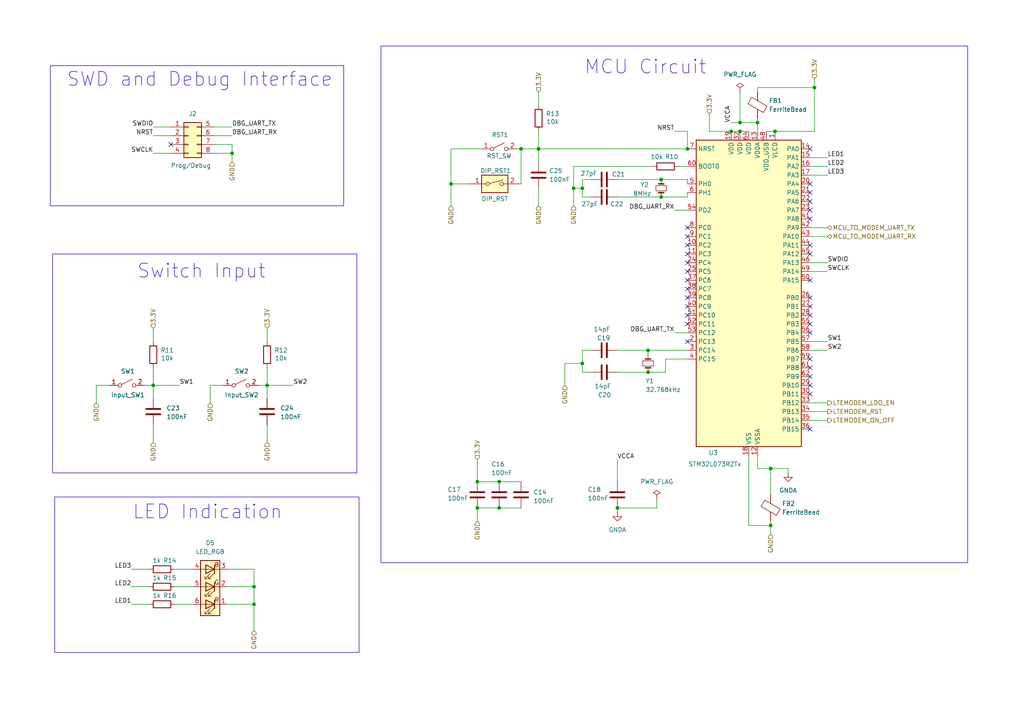
<source format=kicad_sch>
(kicad_sch (version 20231120) (generator "eeschema") (generator_version "8.0")
  (paper "A4")
  (lib_symbols
    (symbol "Connector_Generic:Conn_02x04_Top_Bottom" (pin_names (offset 1.016) hide)
      (property "Reference" "J" (at 1.27 5.08 0))
      (property "Value" "Conn_02x04_Top_Bottom" (at 1.27 -7.62 0))
      (symbol "Conn_02x04_Top_Bottom_1_1"
        (rectangle (start -1.27 -4.953) (end 0 -5.207) (stroke (width 0.1524)))
        (rectangle (start -1.27 -2.413) (end 0 -2.667) (stroke (width 0.1524)))
        (rectangle (start -1.27 0.127) (end 0 -0.127) (stroke (width 0.1524)))
        (rectangle (start -1.27 2.667) (end 0 2.413) (stroke (width 0.1524)))
        (rectangle (start -1.27 3.81) (end 3.81 -6.35) (stroke (width 0.254)) (fill (type background)))
        (rectangle (start 3.81 -4.953) (end 2.54 -5.207) (stroke (width 0.1524)))
        (rectangle (start 3.81 -2.413) (end 2.54 -2.667) (stroke (width 0.1524)))
        (rectangle (start 3.81 0.127) (end 2.54 -0.127) (stroke (width 0.1524)))
        (rectangle (start 3.81 2.667) (end 2.54 2.413) (stroke (width 0.1524)))
        (pin passive line (at -5.08 2.54 0) (length 3.81) (name "Pin_1") (number "1"))
        (pin passive line (at -5.08 0 0) (length 3.81) (name "Pin_2") (number "2"))
        (pin passive line (at -5.08 -2.54 0) (length 3.81) (name "Pin_3") (number "3"))
        (pin passive line (at -5.08 -5.08 0) (length 3.81) (name "Pin_4") (number "4"))
        (pin passive line (at 7.62 2.54 180) (length 3.81) (name "Pin_5") (number "5"))
        (pin passive line (at 7.62 0 180) (length 3.81) (name "Pin_6") (number "6"))
        (pin passive line (at 7.62 -2.54 180) (length 3.81) (name "Pin_7") (number "7"))
        (pin passive line (at 7.62 -5.08 180) (length 3.81) (name "Pin_8") (number "8"))
      )
    )
    (symbol "Device:C" (pin_numbers hide) (pin_names (offset 0.254))
      (property "Reference" "C" (at 0.635 2.54 0))
      (property "Value" "C" (at 0.635 -2.54 0))
      (symbol "C_0_1"
        (polyline (pts (xy -2.032 -0.762) (xy 2.032 -0.762)) (stroke (width 0.508)))
        (polyline (pts (xy -2.032 0.762) (xy 2.032 0.762)) (stroke (width 0.508)))
      )
      (symbol "C_1_1"
        (pin passive line (at 0 3.81 270) (length 2.794) (name "~") (number "1"))
        (pin passive line (at 0 -3.81 90) (length 2.794) (name "~") (number "2"))
      )
    )
    (symbol "Device:FerriteBead" (pin_numbers hide) (pin_names (offset 0))
      (property "Reference" "FB" (at -3.81 0.635 90))
      (property "Value" "FerriteBead" (at 3.81 0 90))
      (symbol "FerriteBead_0_1"
        (polyline (pts (xy 0 -1.27) (xy 0 -1.2192)))
        (polyline (pts (xy 0 1.27) (xy 0 1.2954)))
        (polyline (pts (xy -2.7686 0.4064) (xy -1.7018 2.2606) (xy 2.7686 -0.3048) (xy 1.6764 -2.159) (xy -2.7686 0.4064)))
      )
      (symbol "FerriteBead_1_1"
        (pin passive line (at 0 3.81 270) (length 2.54) (name "~") (number "1"))
        (pin passive line (at 0 -3.81 90) (length 2.54) (name "~") (number "2"))
      )
    )
    (symbol "Device:LED_RGB" (pin_names (offset 0) hide)
      (property "Reference" "D" (at 0 9.398 0))
      (property "Value" "LED_RGB" (at 0 -8.89 0))
      (symbol "LED_RGB_0_0"
        (text "B" (at -1.905 -6.35 0) (effects (font (size 1.27 1.27))))
        (text "G" (at -1.905 -1.27 0) (effects (font (size 1.27 1.27))))
        (text "R" (at -1.905 3.81 0) (effects (font (size 1.27 1.27))))
      )
      (symbol "LED_RGB_0_1"
        (polyline (pts (xy -1.27 -5.08) (xy -2.54 -5.08)))
        (polyline (pts (xy -1.27 -5.08) (xy 1.27 -5.08)))
        (polyline (pts (xy -1.27 -3.81) (xy -1.27 -6.35)) (stroke (width 0.254)))
        (polyline (pts (xy -1.27 0) (xy -2.54 0)))
        (polyline (pts (xy -1.27 1.27) (xy -1.27 -1.27)) (stroke (width 0.254)))
        (polyline (pts (xy -1.27 5.08) (xy -2.54 5.08)))
        (polyline (pts (xy -1.27 5.08) (xy 1.27 5.08)))
        (polyline (pts (xy -1.27 6.35) (xy -1.27 3.81)) (stroke (width 0.254)))
        (polyline (pts (xy 1.27 -5.08) (xy 2.54 -5.08)))
        (polyline (pts (xy 1.27 0) (xy -1.27 0)))
        (polyline (pts (xy 1.27 0) (xy 2.54 0)))
        (polyline (pts (xy 1.27 5.08) (xy 2.54 5.08)))
        (polyline (pts (xy -1.27 1.27) (xy -1.27 -1.27) (xy -1.27 -1.27)))
        (polyline (pts (xy -1.27 6.35) (xy -1.27 3.81) (xy -1.27 3.81)))
        (polyline (pts (xy 1.27 -3.81) (xy 1.27 -6.35) (xy -1.27 -5.08) (xy 1.27 -3.81)) (stroke (width 0.254)))
        (polyline (pts (xy 1.27 1.27) (xy 1.27 -1.27) (xy -1.27 0) (xy 1.27 1.27)) (stroke (width 0.254)))
        (polyline (pts (xy 1.27 6.35) (xy 1.27 3.81) (xy -1.27 5.08) (xy 1.27 6.35)) (stroke (width 0.254)))
        (polyline (pts (xy -1.016 -3.81) (xy 0.508 -2.286) (xy -0.254 -2.286) (xy 0.508 -2.286) (xy 0.508 -3.048)))
        (polyline (pts (xy -1.016 1.27) (xy 0.508 2.794) (xy -0.254 2.794) (xy 0.508 2.794) (xy 0.508 2.032)))
        (polyline (pts (xy -1.016 6.35) (xy 0.508 7.874) (xy -0.254 7.874) (xy 0.508 7.874) (xy 0.508 7.112)))
        (polyline (pts (xy 0 -3.81) (xy 1.524 -2.286) (xy 0.762 -2.286) (xy 1.524 -2.286) (xy 1.524 -3.048)))
        (polyline (pts (xy 0 1.27) (xy 1.524 2.794) (xy 0.762 2.794) (xy 1.524 2.794) (xy 1.524 2.032)))
        (polyline (pts (xy 0 6.35) (xy 1.524 7.874) (xy 0.762 7.874) (xy 1.524 7.874) (xy 1.524 7.112)))
        (rectangle (start 1.27 -1.27) (end 1.27 1.27))
        (rectangle (start 1.27 1.27) (end 1.27 1.27))
        (rectangle (start 1.27 3.81) (end 1.27 6.35))
        (rectangle (start 1.27 6.35) (end 1.27 6.35))
        (rectangle (start 2.794 8.382) (end -2.794 -7.62) (stroke (width 0.254)) (fill (type background)))
      )
      (symbol "LED_RGB_1_1"
        (pin passive line (at -5.08 5.08 0) (length 2.54) (name "RK") (number "1"))
        (pin passive line (at -5.08 0 0) (length 2.54) (name "GK") (number "2"))
        (pin passive line (at -5.08 -5.08 0) (length 2.54) (name "BK") (number "3"))
        (pin passive line (at 5.08 -5.08 180) (length 2.54) (name "BA") (number "4"))
        (pin passive line (at 5.08 0 180) (length 2.54) (name "GA") (number "5"))
        (pin passive line (at 5.08 5.08 180) (length 2.54) (name "RA") (number "6"))
      )
    )
    (symbol "Device:R" (pin_numbers hide) (pin_names (offset 0))
      (property "Reference" "R" (at 2.032 0 90))
      (property "Value" "R" (at 0 0 90))
      (symbol "R_0_1"
        (rectangle (start -1.016 -2.54) (end 1.016 2.54) (stroke (width 0.254)))
      )
      (symbol "R_1_1"
        (pin passive line (at 0 3.81 270) (length 1.27) (name "~") (number "1"))
        (pin passive line (at 0 -3.81 90) (length 1.27) (name "~") (number "2"))
      )
    )
    (symbol "MCU_ST_STM32L0:STM32L073RZTx"
      (property "Reference" "U" (at -15.24 46.99 0))
      (property "Value" "STM32L073RZTx" (at 10.16 46.99 0))
      (symbol "STM32L073RZTx_0_1"
        (rectangle (start -15.24 -43.18) (end 15.24 45.72) (stroke (width 0.254)) (fill (type background)))
      )
      (symbol "STM32L073RZTx_1_1"
        (pin power_in line (at 7.62 48.26 270) (length 2.54) (name "VLCD") (number "1"))
        (pin bidirectional line (at -17.78 15.24 0) (length 2.54) (name "PC2") (number "10"))
        (pin bidirectional line (at -17.78 12.7 0) (length 2.54) (name "PC3") (number "11"))
        (pin power_in line (at 2.54 -45.72 90) (length 2.54) (name "VSSA") (number "12"))
        (pin power_in line (at 2.54 48.26 270) (length 2.54) (name "VDDA") (number "13"))
        (pin bidirectional line (at 17.78 43.18 180) (length 2.54) (name "PA0") (number "14"))
        (pin bidirectional line (at 17.78 40.64 180) (length 2.54) (name "PA1") (number "15"))
        (pin bidirectional line (at 17.78 38.1 180) (length 2.54) (name "PA2") (number "16"))
        (pin bidirectional line (at 17.78 35.56 180) (length 2.54) (name "PA3") (number "17"))
        (pin power_in line (at 0 -45.72 90) (length 2.54) (name "VSS") (number "18"))
        (pin power_in line (at -5.08 48.26 270) (length 2.54) (name "VDD") (number "19"))
        (pin bidirectional line (at -17.78 -12.7 0) (length 2.54) (name "PC13") (number "2"))
        (pin bidirectional line (at 17.78 33.02 180) (length 2.54) (name "PA4") (number "20"))
        (pin bidirectional line (at 17.78 30.48 180) (length 2.54) (name "PA5") (number "21"))
        (pin bidirectional line (at 17.78 27.94 180) (length 2.54) (name "PA6") (number "22"))
        (pin bidirectional line (at 17.78 25.4 180) (length 2.54) (name "PA7") (number "23"))
        (pin bidirectional line (at -17.78 10.16 0) (length 2.54) (name "PC4") (number "24"))
        (pin bidirectional line (at -17.78 7.62 0) (length 2.54) (name "PC5") (number "25"))
        (pin bidirectional line (at 17.78 0 180) (length 2.54) (name "PB0") (number "26"))
        (pin bidirectional line (at 17.78 -2.54 180) (length 2.54) (name "PB1") (number "27"))
        (pin bidirectional line (at 17.78 -5.08 180) (length 2.54) (name "PB2") (number "28"))
        (pin bidirectional line (at 17.78 -25.4 180) (length 2.54) (name "PB10") (number "29"))
        (pin bidirectional line (at -17.78 -15.24 0) (length 2.54) (name "PC14") (number "3"))
        (pin bidirectional line (at 17.78 -27.94 180) (length 2.54) (name "PB11") (number "30"))
        (pin passive line (at 0 -45.72 90) (length 2.54) hide (name "VSS") (number "31"))
        (pin power_in line (at -2.54 48.26 270) (length 2.54) (name "VDD") (number "32"))
        (pin bidirectional line (at 17.78 -30.48 180) (length 2.54) (name "PB12") (number "33"))
        (pin bidirectional line (at 17.78 -33.02 180) (length 2.54) (name "PB13") (number "34"))
        (pin bidirectional line (at 17.78 -35.56 180) (length 2.54) (name "PB14") (number "35"))
        (pin bidirectional line (at 17.78 -38.1 180) (length 2.54) (name "PB15") (number "36"))
        (pin bidirectional line (at -17.78 5.08 0) (length 2.54) (name "PC6") (number "37"))
        (pin bidirectional line (at -17.78 2.54 0) (length 2.54) (name "PC7") (number "38"))
        (pin bidirectional line (at -17.78 0 0) (length 2.54) (name "PC8") (number "39"))
        (pin bidirectional line (at -17.78 -17.78 0) (length 2.54) (name "PC15") (number "4"))
        (pin bidirectional line (at -17.78 -2.54 0) (length 2.54) (name "PC9") (number "40"))
        (pin bidirectional line (at 17.78 22.86 180) (length 2.54) (name "PA8") (number "41"))
        (pin bidirectional line (at 17.78 20.32 180) (length 2.54) (name "PA9") (number "42"))
        (pin bidirectional line (at 17.78 17.78 180) (length 2.54) (name "PA10") (number "43"))
        (pin bidirectional line (at 17.78 15.24 180) (length 2.54) (name "PA11") (number "44"))
        (pin bidirectional line (at 17.78 12.7 180) (length 2.54) (name "PA12") (number "45"))
        (pin bidirectional line (at 17.78 10.16 180) (length 2.54) (name "PA13") (number "46"))
        (pin passive line (at 0 -45.72 90) (length 2.54) hide (name "VSS") (number "47"))
        (pin power_in line (at 5.08 48.26 270) (length 2.54) (name "VDD_USB") (number "48"))
        (pin bidirectional line (at 17.78 7.62 180) (length 2.54) (name "PA14") (number "49"))
        (pin bidirectional line (at -17.78 33.02 0) (length 2.54) (name "PH0") (number "5"))
        (pin bidirectional line (at 17.78 5.08 180) (length 2.54) (name "PA15") (number "50"))
        (pin bidirectional line (at -17.78 -5.08 0) (length 2.54) (name "PC10") (number "51"))
        (pin bidirectional line (at -17.78 -7.62 0) (length 2.54) (name "PC11") (number "52"))
        (pin bidirectional line (at -17.78 -10.16 0) (length 2.54) (name "PC12") (number "53"))
        (pin bidirectional line (at -17.78 25.4 0) (length 2.54) (name "PD2") (number "54"))
        (pin bidirectional line (at 17.78 -7.62 180) (length 2.54) (name "PB3") (number "55"))
        (pin bidirectional line (at 17.78 -10.16 180) (length 2.54) (name "PB4") (number "56"))
        (pin bidirectional line (at 17.78 -12.7 180) (length 2.54) (name "PB5") (number "57"))
        (pin bidirectional line (at 17.78 -15.24 180) (length 2.54) (name "PB6") (number "58"))
        (pin bidirectional line (at 17.78 -17.78 180) (length 2.54) (name "PB7") (number "59"))
        (pin bidirectional line (at -17.78 30.48 0) (length 2.54) (name "PH1") (number "6"))
        (pin input line (at -17.78 38.1 0) (length 2.54) (name "BOOT0") (number "60"))
        (pin bidirectional line (at 17.78 -20.32 180) (length 2.54) (name "PB8") (number "61"))
        (pin bidirectional line (at 17.78 -22.86 180) (length 2.54) (name "PB9") (number "62"))
        (pin passive line (at 0 -45.72 90) (length 2.54) hide (name "VSS") (number "63"))
        (pin power_in line (at 0 48.26 270) (length 2.54) (name "VDD") (number "64"))
        (pin input line (at -17.78 43.18 0) (length 2.54) (name "NRST") (number "7"))
        (pin bidirectional line (at -17.78 20.32 0) (length 2.54) (name "PC0") (number "8"))
        (pin bidirectional line (at -17.78 17.78 0) (length 2.54) (name "PC1") (number "9"))
      )
    )
    (symbol "SparkFun-Clock:Crystal" (pin_numbers hide) (pin_names (offset 1.016) hide)
      (property "Reference" "Y" (at 0 2.54 0))
      (property "Value" "Crystal" (at 0 -2.54 0))
      (symbol "Crystal_0_1"
        (rectangle (start -0.762 -1.524) (end 0.762 1.524))
        (polyline (pts (xy -1.27 -0.762) (xy -1.27 0.762)) (stroke (width 0.381)))
        (polyline (pts (xy 1.27 -0.762) (xy 1.27 0.762)) (stroke (width 0.381)))
      )
      (symbol "Crystal_1_1"
        (pin passive line (at -2.54 0 0) (length 1.27) (name "1") (number "1"))
        (pin passive line (at 2.54 0 180) (length 1.27) (name "2") (number "2"))
      )
    )
    (symbol "SparkFun-Clock:Crystal_32.768kHz_3.2x1.5mm" (pin_numbers hide) (pin_names (offset 1.016) hide)
      (property "Reference" "Y" (at 0 2.54 0))
      (property "Value" "32.768kHz" (at 0 -2.54 0))
      (symbol "Crystal_32.768kHz_3.2x1.5mm_0_1"
        (rectangle (start -0.762 -1.524) (end 0.762 1.524))
        (polyline (pts (xy -1.27 -0.762) (xy -1.27 0.762)) (stroke (width 0.381)))
        (polyline (pts (xy 1.27 -0.762) (xy 1.27 0.762)) (stroke (width 0.381)))
      )
      (symbol "Crystal_32.768kHz_3.2x1.5mm_1_1"
        (pin passive line (at -2.54 0 0) (length 1.27) (name "1") (number "1"))
        (pin passive line (at 2.54 0 180) (length 1.27) (name "2") (number "2"))
      )
    )
    (symbol "Switch:SW_DIP_x01" (pin_names (offset 0) hide)
      (property "Reference" "SW" (at 0 3.81 0))
      (property "Value" "SW_DIP_x01" (at 0 -3.81 0))
      (symbol "SW_DIP_x01_0_0"
        (circle (center -2.032 0) (radius 0.508))
        (polyline (pts (xy -1.524 0.127) (xy 2.3622 1.1684)))
        (circle (center 2.032 0) (radius 0.508))
      )
      (symbol "SW_DIP_x01_0_1"
        (rectangle (start -3.81 2.54) (end 3.81 -2.54) (stroke (width 0.254)) (fill (type background)))
      )
      (symbol "SW_DIP_x01_1_1"
        (pin passive line (at -7.62 0 0) (length 5.08) (name "~") (number "1"))
        (pin passive line (at 7.62 0 180) (length 5.08) (name "~") (number "2"))
      )
    )
    (symbol "Switch:SW_SPST" (pin_names (offset 0) hide)
      (property "Reference" "SW" (at 0 3.175 0))
      (property "Value" "SW_SPST" (at 0 -2.54 0))
      (symbol "SW_SPST_0_0"
        (circle (center -2.032 0) (radius 0.508))
        (polyline (pts (xy -1.524 0.254) (xy 1.524 1.778)))
        (circle (center 2.032 0) (radius 0.508))
      )
      (symbol "SW_SPST_1_1"
        (pin passive line (at -5.08 0 0) (length 2.54) (name "A") (number "1"))
        (pin passive line (at 5.08 0 180) (length 2.54) (name "B") (number "2"))
      )
    )
    (symbol "power:GNDA" (power) (pin_numbers hide) (pin_names (offset 0) hide)
      (property "Value" "GNDA" (at 0 -3.81 0))
      (symbol "GNDA_0_1"
        (polyline (pts (xy 0 0) (xy 0 -1.27) (xy 1.27 -1.27) (xy 0 -2.54) (xy -1.27 -1.27) (xy 0 -1.27)))
      )
      (symbol "GNDA_1_1"
        (pin power_in line (at 0 0 270) (length 0) (name "~") (number "1"))
      )
    )
    (symbol "power:PWR_FLAG" (power) (pin_numbers hide) (pin_names (offset 0) hide)
      (property "Value" "PWR_FLAG" (at 0 3.81 0))
      (symbol "PWR_FLAG_0_0"
        (pin power_out line (at 0 0 90) (length 0) (name "~") (number "1"))
      )
      (symbol "PWR_FLAG_0_1"
        (polyline (pts (xy 0 0) (xy 0 1.27) (xy -1.016 1.905) (xy 0 2.54) (xy 1.016 1.905) (xy 0 1.27)))
      )
    )
  )
  (junction (at 223.52 152.4))
  (junction (at 166.37 54.61))
  (junction (at 191.77 52.07))
  (junction (at 73.66 175.26))
  (junction (at 199.39 43.18))
  (junction (at 138.43 147.32))
  (junction (at 130.81 53.34))
  (junction (at 187.96 107.95))
  (junction (at 224.79 38.1))
  (junction (at 151.13 43.18))
  (junction (at 156.21 43.18))
  (junction (at 77.47 111.76))
  (junction (at 138.43 139.7))
  (junction (at 67.31 44.45))
  (junction (at 214.63 35.56))
  (junction (at 236.22 25.4))
  (junction (at 223.52 135.89))
  (junction (at 214.63 38.1))
  (junction (at 44.45 111.76))
  (junction (at 219.71 35.56))
  (junction (at 179.07 147.32))
  (junction (at 168.91 54.61))
  (junction (at 144.78 147.32))
  (junction (at 212.09 38.1))
  (junction (at 73.66 170.18))
  (junction (at 168.91 105.41))
  (junction (at 144.78 139.7))
  (junction (at 187.96 101.6))
  (junction (at 191.77 57.15))
  (no_connect (at 199.39 81.28))
  (no_connect (at 234.95 109.22))
  (no_connect (at 234.95 93.98))
  (no_connect (at 199.39 99.06))
  (no_connect (at 234.95 111.76))
  (no_connect (at 234.95 96.52))
  (no_connect (at 199.39 68.58))
  (no_connect (at 199.39 91.44))
  (no_connect (at 234.95 106.68))
  (no_connect (at 199.39 73.66))
  (no_connect (at 49.53 41.91))
  (no_connect (at 234.95 60.96))
  (no_connect (at 199.39 86.36))
  (no_connect (at 234.95 71.12))
  (no_connect (at 234.95 73.66))
  (no_connect (at 234.95 81.28))
  (no_connect (at 234.95 88.9))
  (no_connect (at 234.95 43.18))
  (no_connect (at 199.39 93.98))
  (no_connect (at 234.95 86.36))
  (no_connect (at 234.95 114.3))
  (no_connect (at 234.95 91.44))
  (no_connect (at 199.39 76.2))
  (no_connect (at 199.39 83.82))
  (no_connect (at 234.95 58.42))
  (no_connect (at 199.39 66.04))
  (no_connect (at 234.95 53.34))
  (no_connect (at 234.95 63.5))
  (no_connect (at 234.95 55.88))
  (no_connect (at 234.95 104.14))
  (no_connect (at 234.95 124.46))
  (no_connect (at 199.39 78.74))
  (no_connect (at 199.39 71.12))
  (no_connect (at 199.39 88.9))
  (wire (pts (xy 130.81 53.34) (xy 130.81 59.69)))
  (wire (pts (xy 130.81 43.18) (xy 130.81 53.34)))
  (wire (pts (xy 223.52 135.89) (xy 219.71 135.89)))
  (wire (pts (xy 27.94 111.76) (xy 31.75 111.76)))
  (wire (pts (xy 205.74 38.1) (xy 212.09 38.1)))
  (wire (pts (xy 62.23 41.91) (xy 67.31 41.91)))
  (wire (pts (xy 222.25 38.1) (xy 224.79 38.1)))
  (wire (pts (xy 67.31 44.45) (xy 67.31 46.99)))
  (wire (pts (xy 205.74 33.02) (xy 205.74 38.1)))
  (wire (pts (xy 219.71 25.4) (xy 236.22 25.4)))
  (wire (pts (xy 193.04 107.95) (xy 193.04 104.14)))
  (wire (pts (xy 179.07 133.35) (xy 179.07 139.7)))
  (wire (pts (xy 44.45 106.68) (xy 44.45 111.76)))
  (wire (pts (xy 77.47 106.68) (xy 77.47 111.76)))
  (wire (pts (xy 138.43 139.7) (xy 144.78 139.7)))
  (wire (pts (xy 44.45 39.37) (xy 49.53 39.37)))
  (wire (pts (xy 214.63 38.1) (xy 217.17 38.1)))
  (wire (pts (xy 44.45 44.45) (xy 49.53 44.45)))
  (wire (pts (xy 138.43 133.35) (xy 138.43 139.7)))
  (wire (pts (xy 73.66 175.26) (xy 73.66 182.88)))
  (wire (pts (xy 163.83 111.76) (xy 163.83 105.41)))
  (wire (pts (xy 219.71 34.29) (xy 219.71 35.56)))
  (wire (pts (xy 38.1 175.26) (xy 43.18 175.26)))
  (wire (pts (xy 77.47 111.76) (xy 74.93 111.76)))
  (wire (pts (xy 190.5 147.32) (xy 179.07 147.32)))
  (wire (pts (xy 199.39 38.1) (xy 195.58 38.1)))
  (wire (pts (xy 50.8 175.26) (xy 55.88 175.26)))
  (wire (pts (xy 191.77 52.07) (xy 199.39 52.07)))
  (wire (pts (xy 236.22 25.4) (xy 236.22 38.1)))
  (wire (pts (xy 38.1 170.18) (xy 43.18 170.18)))
  (wire (pts (xy 214.63 26.67) (xy 214.63 35.56)))
  (wire (pts (xy 228.6 135.89) (xy 228.6 137.16)))
  (wire (pts (xy 199.39 57.15) (xy 199.39 55.88)))
  (wire (pts (xy 234.95 99.06) (xy 240.03 99.06)))
  (wire (pts (xy 234.95 45.72) (xy 240.03 45.72)))
  (wire (pts (xy 77.47 123.19) (xy 77.47 128.27)))
  (wire (pts (xy 168.91 107.95) (xy 168.91 105.41)))
  (wire (pts (xy 219.71 26.67) (xy 219.71 25.4)))
  (wire (pts (xy 234.95 48.26) (xy 240.03 48.26)))
  (wire (pts (xy 234.95 76.2) (xy 240.03 76.2)))
  (wire (pts (xy 166.37 48.26) (xy 166.37 54.61)))
  (wire (pts (xy 219.71 35.56) (xy 219.71 38.1)))
  (wire (pts (xy 151.13 43.18) (xy 151.13 53.34)))
  (wire (pts (xy 179.07 52.07) (xy 191.77 52.07)))
  (wire (pts (xy 168.91 52.07) (xy 168.91 54.61)))
  (wire (pts (xy 156.21 46.99) (xy 156.21 43.18)))
  (wire (pts (xy 234.95 116.84) (xy 240.03 116.84)))
  (wire (pts (xy 44.45 111.76) (xy 52.07 111.76)))
  (wire (pts (xy 62.23 36.83) (xy 67.31 36.83)))
  (wire (pts (xy 73.66 165.1) (xy 73.66 170.18)))
  (wire (pts (xy 44.45 111.76) (xy 41.91 111.76)))
  (wire (pts (xy 191.77 57.15) (xy 199.39 57.15)))
  (wire (pts (xy 171.45 52.07) (xy 168.91 52.07)))
  (wire (pts (xy 149.86 43.18) (xy 151.13 43.18)))
  (wire (pts (xy 166.37 54.61) (xy 168.91 54.61)))
  (wire (pts (xy 77.47 111.76) (xy 85.09 111.76)))
  (wire (pts (xy 199.39 43.18) (xy 199.39 38.1)))
  (wire (pts (xy 168.91 107.95) (xy 171.45 107.95)))
  (wire (pts (xy 234.95 121.92) (xy 240.03 121.92)))
  (wire (pts (xy 168.91 54.61) (xy 168.91 57.15)))
  (wire (pts (xy 77.47 115.57) (xy 77.47 111.76)))
  (wire (pts (xy 156.21 26.67) (xy 156.21 30.48)))
  (wire (pts (xy 44.45 115.57) (xy 44.45 111.76)))
  (wire (pts (xy 189.23 48.26) (xy 166.37 48.26)))
  (wire (pts (xy 50.8 165.1) (xy 55.88 165.1)))
  (wire (pts (xy 163.83 105.41) (xy 168.91 105.41)))
  (wire (pts (xy 217.17 152.4) (xy 223.52 152.4)))
  (wire (pts (xy 144.78 147.32) (xy 151.13 147.32)))
  (wire (pts (xy 27.94 116.84) (xy 27.94 111.76)))
  (wire (pts (xy 234.95 101.6) (xy 240.03 101.6)))
  (wire (pts (xy 187.96 101.6) (xy 199.39 101.6)))
  (wire (pts (xy 38.1 165.1) (xy 43.18 165.1)))
  (wire (pts (xy 179.07 57.15) (xy 191.77 57.15)))
  (wire (pts (xy 234.95 78.74) (xy 240.03 78.74)))
  (wire (pts (xy 187.96 107.95) (xy 193.04 107.95)))
  (wire (pts (xy 190.5 144.78) (xy 190.5 147.32)))
  (wire (pts (xy 214.63 35.56) (xy 219.71 35.56)))
  (wire (pts (xy 67.31 44.45) (xy 62.23 44.45)))
  (wire (pts (xy 130.81 43.18) (xy 139.7 43.18)))
  (wire (pts (xy 168.91 57.15) (xy 171.45 57.15)))
  (wire (pts (xy 135.89 53.34) (xy 130.81 53.34)))
  (wire (pts (xy 44.45 123.19) (xy 44.45 128.27)))
  (wire (pts (xy 50.8 170.18) (xy 55.88 170.18)))
  (wire (pts (xy 179.07 147.32) (xy 179.07 148.59)))
  (wire (pts (xy 66.04 170.18) (xy 73.66 170.18)))
  (wire (pts (xy 77.47 95.25) (xy 77.47 99.06)))
  (wire (pts (xy 166.37 59.69) (xy 166.37 54.61)))
  (wire (pts (xy 234.95 119.38) (xy 240.03 119.38)))
  (wire (pts (xy 67.31 41.91) (xy 67.31 44.45)))
  (wire (pts (xy 156.21 43.18) (xy 199.39 43.18)))
  (wire (pts (xy 60.96 116.84) (xy 60.96 111.76)))
  (wire (pts (xy 223.52 151.13) (xy 223.52 152.4)))
  (wire (pts (xy 168.91 101.6) (xy 171.45 101.6)))
  (wire (pts (xy 44.45 95.25) (xy 44.45 99.06)))
  (wire (pts (xy 223.52 152.4) (xy 223.52 154.94)))
  (wire (pts (xy 66.04 175.26) (xy 73.66 175.26)))
  (wire (pts (xy 234.95 50.8) (xy 240.03 50.8)))
  (wire (pts (xy 179.07 101.6) (xy 187.96 101.6)))
  (wire (pts (xy 193.04 104.14) (xy 199.39 104.14)))
  (wire (pts (xy 138.43 147.32) (xy 144.78 147.32)))
  (wire (pts (xy 236.22 22.86) (xy 236.22 25.4)))
  (wire (pts (xy 73.66 170.18) (xy 73.66 175.26)))
  (wire (pts (xy 223.52 135.89) (xy 228.6 135.89)))
  (wire (pts (xy 217.17 132.08) (xy 217.17 152.4)))
  (wire (pts (xy 156.21 54.61) (xy 156.21 59.69)))
  (wire (pts (xy 60.96 111.76) (xy 64.77 111.76)))
  (wire (pts (xy 179.07 107.95) (xy 187.96 107.95)))
  (wire (pts (xy 66.04 165.1) (xy 73.66 165.1)))
  (wire (pts (xy 44.45 36.83) (xy 49.53 36.83)))
  (wire (pts (xy 144.78 139.7) (xy 151.13 139.7)))
  (wire (pts (xy 219.71 135.89) (xy 219.71 132.08)))
  (wire (pts (xy 199.39 52.07) (xy 199.39 53.34)))
  (wire (pts (xy 151.13 43.18) (xy 156.21 43.18)))
  (wire (pts (xy 187.96 102.87) (xy 187.96 101.6)))
  (wire (pts (xy 212.09 38.1) (xy 214.63 38.1)))
  (wire (pts (xy 212.09 35.56) (xy 214.63 35.56)))
  (wire (pts (xy 195.58 60.96) (xy 199.39 60.96)))
  (wire (pts (xy 168.91 105.41) (xy 168.91 101.6)))
  (wire (pts (xy 223.52 135.89) (xy 223.52 143.51)))
  (wire (pts (xy 234.95 66.04) (xy 240.03 66.04)))
  (wire (pts (xy 156.21 38.1) (xy 156.21 43.18)))
  (wire (pts (xy 196.85 48.26) (xy 199.39 48.26)))
  (wire (pts (xy 138.43 147.32) (xy 138.43 151.13)))
  (wire (pts (xy 234.95 68.58) (xy 240.03 68.58)))
  (wire (pts (xy 236.22 38.1) (xy 224.79 38.1)))
  (wire (pts (xy 62.23 39.37) (xy 67.31 39.37)))
  (wire (pts (xy 195.58 96.52) (xy 199.39 96.52)))
  (rectangle (start 15.24 73.66) (end 103.505 137.16))
  (rectangle (start 15.875 144.145) (end 104.14 189.23))
  (rectangle (start 14.605 19.05) (end 99.695 59.69))
  (rectangle (start 110.49 13.335) (end 280.67 163.195))
  (text "Switch Input" (at 58.42 78.74 0) (effects (font (size 4 4))))
  (text "LED Indication" (at 60.198 148.59 0) (effects (font (size 4 4))))
  (text "MCU Circuit" (at 187.198 19.558 0) (effects (font (size 4 4))))
  (text "SWD and Debug Interface" (at 57.912 23.114 0) (effects (font (size 4 4))))
  (label "LED1" (at 38.1 175.26 180))
  (label "DBG_UART_TX" (at 67.31 36.83 0))
  (label "NRST" (at 44.45 39.37 180))
  (label "LED3" (at 38.1 165.1 180))
  (label "SWCLK" (at 240.03 78.74 0))
  (label "DBG_UART_TX" (at 195.58 96.52 180))
  (label "LED1" (at 240.03 45.72 0))
  (label "VCCA" (at 212.09 35.56 90))
  (label "LED2" (at 240.03 48.26 0))
  (label "SWDIO" (at 240.03 76.2 0))
  (label "DBG_UART_RX" (at 195.58 60.96 180))
  (label "SWDIO" (at 44.45 36.83 180))
  (label "DBG_UART_RX" (at 67.31 39.37 0))
  (label "SW2" (at 240.03 101.6 0))
  (label "VCCA" (at 179.07 133.35 0))
  (label "SW1" (at 52.07 111.76 0))
  (label "NRST" (at 195.58 38.1 180))
  (label "SW2" (at 85.09 111.76 0))
  (label "SW1" (at 240.03 99.06 0))
  (label "LED2" (at 38.1 170.18 180))
  (label "LED3" (at 240.03 50.8 0))
  (label "SWCLK" (at 44.45 44.45 180))
  (hierarchical_label "GND" (shape input) (at 166.37 59.69 270))
  (hierarchical_label "GND" (shape input) (at 156.21 59.69 270))
  (hierarchical_label "GND" (shape input) (at 67.31 46.99 270))
  (hierarchical_label "3.3V" (shape input) (at 44.45 95.25 90))
  (hierarchical_label "LTEMODEM_RST" (shape output) (at 240.03 119.38 0))
  (hierarchical_label "GND" (shape input) (at 60.96 116.84 270))
  (hierarchical_label "3.3V" (shape input) (at 205.74 33.02 90))
  (hierarchical_label "GND" (shape input) (at 223.52 154.94 270))
  (hierarchical_label "GND" (shape input) (at 44.45 128.27 270))
  (hierarchical_label "GND" (shape input) (at 163.83 111.76 270))
  (hierarchical_label "3.3V" (shape input) (at 156.21 26.67 90))
  (hierarchical_label "MCU_TO_MODEM_UART_RX" (shape bidirectional) (at 240.03 68.58 0))
  (hierarchical_label "GND" (shape input) (at 130.81 59.69 270))
  (hierarchical_label "LTEMODEM_LDO_EN" (shape output) (at 240.03 116.84 0))
  (hierarchical_label "LTEMODEM_ON_OFF" (shape output) (at 240.03 121.92 0))
  (hierarchical_label "3.3V" (shape input) (at 236.22 22.86 90))
  (hierarchical_label "GND" (shape input) (at 73.66 182.88 270))
  (hierarchical_label "GND" (shape input) (at 27.94 116.84 270))
  (hierarchical_label "MCU_TO_MODEM_UART_TX" (shape bidirectional) (at 240.03 66.04 0))
  (hierarchical_label "GND" (shape input) (at 138.43 151.13 270))
  (hierarchical_label "GND" (shape input) (at 77.47 128.27 270))
  (hierarchical_label "3.3V" (shape input) (at 138.43 133.35 90))
  (hierarchical_label "3.3V" (shape input) (at 77.47 95.25 90))
  (symbol (lib_id "Device:C") (at 77.47 119.38 0) (unit 1)
    (property "Reference" "C24" (at 81.28 118.364 0) (effects (justify left)))
    (property "Value" "100nF" (at 81.28 120.904 0) (effects (justify left)))
    (property "Footprint" "Capacitor_SMD:C_0603_1608Metric_Pad1.08x0.95mm_HandSolder" (effects (hide yes)))
    (property "Description" "Unpolarized capacitor" (effects (hide yes)))
  )
  (symbol (lib_id "Device:R") (at 193.04 48.26 90) (unit 1)
    (property "Reference" "R10" (at 194.818 45.466 90))
    (property "Value" "10k" (at 190.5 45.466 90))
    (property "Footprint" "Resistor_SMD:R_0603_1608Metric" (effects (hide yes)))
    (property "Description" "Resistor" (effects (hide yes)))
  )
  (symbol (lib_id "Device:LED_RGB") (at 60.96 170.18 180) (unit 1)
    (property "Reference" "D5" (at 60.96 157.48 0))
    (property "Value" "LED_RGB" (at 60.96 160.02 0))
    (property "Footprint" "LED_PLCC_6:ASMT-YTC7-0AA02" (effects (hide yes)))
    (property "Description" "RGB LED, 6 pin package" (effects (hide yes)))
  )
  (symbol (lib_id "SparkFun-Clock:Crystal_32.768kHz_3.2x1.5mm") (at 187.96 105.41 270) (unit 1)
    (property "Reference" "Y1" (at 187.198 110.49 90) (effects (justify left)))
    (property "Value" "32.768kHz" (at 187.198 113.03 90) (effects (justify left)))
    (property "Footprint" "Crystal:Crystal_SMD_0603-2Pin_6.0x3.5mm" (effects (hide yes)))
    (property "Datasheet" "https://abracon.com/Resonators/ABS07.pdf" (effects (hide yes)))
    (property "Description" "Crystal" (effects (hide yes)))
    (property "PROD_ID" "XTAL-13062" (effects (hide yes)))
  )
  (symbol (lib_id "Device:C") (at 175.26 52.07 90) (unit 1)
    (property "Reference" "C21" (at 181.356 50.546 90) (effects (justify left)))
    (property "Value" "27pF" (at 173.228 50.292 90) (effects (justify left)))
    (property "Footprint" "Capacitor_SMD:C_0603_1608Metric_Pad1.08x0.95mm_HandSolder" (effects (hide yes)))
    (property "Description" "Unpolarized capacitor" (effects (hide yes)))
  )
  (symbol (lib_id "Device:C") (at 144.78 143.51 0) (unit 1)
    (property "Reference" "C16" (at 142.494 134.62 0) (effects (justify left)))
    (property "Value" "100nF" (at 142.494 137.16 0) (effects (justify left)))
    (property "Footprint" "Capacitor_SMD:C_0603_1608Metric_Pad1.08x0.95mm_HandSolder" (effects (hide yes)))
    (property "Description" "Unpolarized capacitor" (effects (hide yes)))
  )
  (symbol (lib_id "MCU_ST_STM32L0:STM32L073RZTx") (at 217.17 86.36 0) (unit 1)
    (property "Reference" "U3" (at 205.486 131.318 0) (effects (justify left)))
    (property "Value" "STM32L073RZTx" (at 199.644 134.62 0) (effects (justify left)))
    (property "Footprint" "Package_QFP:LQFP-64_10x10mm_P0.5mm" (effects (hide yes)))
    (property "Datasheet" "https://www.st.com/resource/en/datasheet/stm32l073rz.pdf" (effects (hide yes)))
    (property "Description" "STMicroelectronics Arm Cortex-M0+ MCU, 192KB flash, 20KB RAM, 32 MHz, 1.65-3.6V, 51 GPIO, LQFP64" (effects (hide yes)))
  )
  (symbol (lib_id "Device:R") (at 46.99 165.1 270) (unit 1)
    (property "Reference" "R14" (at 49.276 162.56 90))
    (property "Value" "1k" (at 45.466 162.56 90))
    (property "Footprint" "Resistor_SMD:R_0603_1608Metric" (effects (hide yes)))
    (property "Description" "Resistor" (effects (hide yes)))
  )
  (symbol (lib_id "Device:FerriteBead") (at 223.52 147.32 0) (unit 1)
    (property "Reference" "FB2" (at 226.822 146.05 0) (effects (justify left)))
    (property "Value" "FerriteBead" (at 226.822 148.59 0) (effects (justify left)))
    (property "Footprint" "Ferrite_Bead:BEADC2012X105N" (effects (hide yes)))
    (property "Description" "Ferrite bead" (effects (hide yes)))
  )
  (symbol (lib_id "SparkFun-Clock:Crystal") (at 191.77 54.61 90) (unit 1)
    (property "Reference" "Y2" (at 185.674 53.594 90) (effects (justify right)))
    (property "Value" "8MHz" (at 183.642 56.134 90) (effects (justify right)))
    (property "Footprint" "Crystal:Crystal_SMD_5032-2Pin_5.0x3.2mm" (effects (hide yes)))
    (property "Description" "Crystal" (effects (hide yes)))
    (property "PROD_ID" "XTAL-" (effects (hide yes)))
  )
  (symbol (lib_id "Device:R") (at 156.21 34.29 180) (unit 1)
    (property "Reference" "R13" (at 160.274 33.02 0))
    (property "Value" "10k" (at 160.274 35.306 0))
    (property "Footprint" "Resistor_SMD:R_0603_1608Metric" (effects (hide yes)))
    (property "Description" "Resistor" (effects (hide yes)))
  )
  (symbol (lib_id "Device:R") (at 46.99 175.26 270) (unit 1)
    (property "Reference" "R16" (at 49.276 172.72 90))
    (property "Value" "1k" (at 45.466 172.72 90))
    (property "Footprint" "Resistor_SMD:R_0603_1608Metric" (effects (hide yes)))
    (property "Description" "Resistor" (effects (hide yes)))
  )
  (symbol (lib_id "Device:R") (at 77.47 102.87 180) (unit 1)
    (property "Reference" "R12" (at 81.534 101.6 0))
    (property "Value" "10k" (at 81.534 103.886 0))
    (property "Footprint" "Resistor_SMD:R_0603_1608Metric" (effects (hide yes)))
    (property "Description" "Resistor" (effects (hide yes)))
  )
  (symbol (lib_id "Device:C") (at 151.13 143.51 0) (unit 1)
    (property "Reference" "C14" (at 154.686 142.748 0) (effects (justify left)))
    (property "Value" "100nF" (at 154.686 145.288 0) (effects (justify left)))
    (property "Footprint" "Capacitor_SMD:C_0603_1608Metric_Pad1.08x0.95mm_HandSolder" (effects (hide yes)))
    (property "Description" "Unpolarized capacitor" (effects (hide yes)))
  )
  (symbol (lib_id "Device:C") (at 175.26 101.6 90) (unit 1)
    (property "Reference" "C19" (at 177.038 98.044 90) (effects (justify left)))
    (property "Value" "14pF" (at 177.038 95.504 90) (effects (justify left)))
    (property "Footprint" "Capacitor_SMD:C_0603_1608Metric_Pad1.08x0.95mm_HandSolder" (effects (hide yes)))
    (property "Description" "Unpolarized capacitor" (effects (hide yes)))
  )
  (symbol (lib_id "Switch:SW_SPST") (at 36.83 111.76 0) (unit 1)
    (property "Reference" "SW1" (at 37.084 107.696 0))
    (property "Value" "Input_SW1" (at 37.084 114.554 0))
    (property "Footprint" "Button_Switch_SMD:SW_Tactile_SPST_NO_Straight_CK_PTS636Sx25SMTRLFS" (effects (hide yes)))
    (property "Description" "Single Pole Single Throw (SPST) switch" (effects (hide yes)))
  )
  (symbol (lib_id "Connector_Generic:Conn_02x04_Top_Bottom") (at 54.61 39.37 0) (unit 1)
    (property "Reference" "J2" (at 55.88 33.02 0))
    (property "Value" "Prog/Debug" (at 55.372 48.006 0))
    (property "Footprint" "Connector_PinHeader_2.54mm:PinHeader_2x04_P2.54mm_Vertical" (effects (hide yes)))
    (property "Description" "Generic connector, double row, 02x04, top/bottom pin numbering scheme (row 1: 1...pins_per_row, row2: pins_per_row+1 ... num_pins), script generated (kicad-library-utils/schlib/autogen/connector/)" (effects (hide yes)))
  )
  (symbol (lib_id "Device:FerriteBead") (at 219.71 30.48 0) (unit 1)
    (property "Reference" "FB1" (at 223.012 29.21 0) (effects (justify left)))
    (property "Value" "FerriteBead" (at 223.012 31.75 0) (effects (justify left)))
    (property "Footprint" "Ferrite_Bead:BEADC2012X105N" (effects (hide yes)))
    (property "Description" "Ferrite bead" (effects (hide yes)))
  )
  (symbol (lib_id "Device:C") (at 179.07 143.51 0) (unit 1)
    (property "Reference" "C18" (at 170.434 141.986 0) (effects (justify left)))
    (property "Value" "100nF" (at 170.434 144.526 0) (effects (justify left)))
    (property "Footprint" "Capacitor_SMD:C_0603_1608Metric_Pad1.08x0.95mm_HandSolder" (effects (hide yes)))
    (property "Description" "Unpolarized capacitor" (effects (hide yes)))
  )
  (symbol (lib_id "Switch:SW_SPST") (at 69.85 111.76 0) (unit 1)
    (property "Reference" "SW2" (at 70.104 107.696 0))
    (property "Value" "Input_SW2" (at 70.104 114.554 0))
    (property "Footprint" "Button_Switch_SMD:SW_Tactile_SPST_NO_Straight_CK_PTS636Sx25SMTRLFS" (effects (hide yes)))
    (property "Description" "Single Pole Single Throw (SPST) switch" (effects (hide yes)))
  )
  (symbol (lib_id "Device:C") (at 156.21 50.8 0) (unit 1)
    (property "Reference" "C25" (at 159.258 49.53 0) (effects (justify left)))
    (property "Value" "100nF" (at 159.258 52.07 0) (effects (justify left)))
    (property "Footprint" "Capacitor_SMD:C_0603_1608Metric_Pad1.08x0.95mm_HandSolder" (effects (hide yes)))
    (property "Description" "Unpolarized capacitor" (effects (hide yes)))
  )
  (symbol (lib_id "power:GNDA") (at 228.6 137.16 0) (unit 1)
    (property "Reference" "#PWR014" (effects (hide yes)))
    (property "Value" "GNDA" (at 228.6 142.24 0))
    (property "Description" "Power symbol creates a global label with name \"GNDA\" , analog ground" (effects (hide yes)))
  )
  (symbol (lib_id "Device:R") (at 44.45 102.87 180) (unit 1)
    (property "Reference" "R11" (at 48.514 101.6 0))
    (property "Value" "10k" (at 48.514 103.886 0))
    (property "Footprint" "Resistor_SMD:R_0603_1608Metric" (effects (hide yes)))
    (property "Description" "Resistor" (effects (hide yes)))
  )
  (symbol (lib_id "Switch:SW_DIP_x01") (at 143.51 53.34 0) (unit 1)
    (property "Reference" "DIP_RST1" (at 143.764 49.53 0))
    (property "Value" "DIP_RST" (at 143.51 57.658 0))
    (property "Footprint" "Button_Switch_SMD:SW_DIP_SPSTx01_Slide_6.7x4.1mm_W6.73mm_P2.54mm_LowProfile_JPin" (effects (hide yes)))
    (property "Description" "1x DIP Switch, Single Pole Single Throw (SPST) switch, small symbol" (effects (hide yes)))
  )
  (symbol (lib_id "Device:C") (at 175.26 57.15 90) (unit 1)
    (property "Reference" "C22" (at 180.848 59.182 90) (effects (justify left)))
    (property "Value" "27pF" (at 173.482 59.182 90) (effects (justify left)))
    (property "Footprint" "Capacitor_SMD:C_0603_1608Metric_Pad1.08x0.95mm_HandSolder" (effects (hide yes)))
    (property "Description" "Unpolarized capacitor" (effects (hide yes)))
  )
  (symbol (lib_id "Device:C") (at 138.43 143.51 0) (unit 1)
    (property "Reference" "C17" (at 129.794 141.986 0) (effects (justify left)))
    (property "Value" "100nF" (at 129.794 144.526 0) (effects (justify left)))
    (property "Footprint" "Capacitor_SMD:C_0603_1608Metric_Pad1.08x0.95mm_HandSolder" (effects (hide yes)))
    (property "Description" "Unpolarized capacitor" (effects (hide yes)))
  )
  (symbol (lib_id "power:PWR_FLAG") (at 214.63 26.67 0) (unit 1)
    (property "Reference" "#FLG05" (effects (hide yes)))
    (property "Value" "PWR_FLAG" (at 214.63 21.59 0))
    (property "Description" "Special symbol for telling ERC where power comes from" (effects (hide yes)))
  )
  (symbol (lib_id "power:PWR_FLAG") (at 190.5 144.78 0) (unit 1)
    (property "Reference" "#FLG06" (effects (hide yes)))
    (property "Value" "PWR_FLAG" (at 190.5 139.7 0))
    (property "Description" "Special symbol for telling ERC where power comes from" (effects (hide yes)))
  )
  (symbol (lib_id "Switch:SW_SPST") (at 144.78 43.18 0) (unit 1)
    (property "Reference" "RST1" (at 145.034 39.116 0))
    (property "Value" "RST_SW" (at 144.78 45.212 0))
    (property "Footprint" "Button_Switch_SMD:SW_Tactile_SPST_NO_Straight_CK_PTS636Sx25SMTRLFS" (effects (hide yes)))
    (property "Description" "Single Pole Single Throw (SPST) switch" (effects (hide yes)))
  )
  (symbol (lib_id "Device:C") (at 44.45 119.38 0) (unit 1)
    (property "Reference" "C23" (at 48.26 118.364 0) (effects (justify left)))
    (property "Value" "100nF" (at 48.26 120.904 0) (effects (justify left)))
    (property "Footprint" "Capacitor_SMD:C_0603_1608Metric_Pad1.08x0.95mm_HandSolder" (effects (hide yes)))
    (property "Description" "Unpolarized capacitor" (effects (hide yes)))
  )
  (symbol (lib_id "Device:C") (at 175.26 107.95 90) (unit 1)
    (property "Reference" "C20" (at 177.292 114.554 90) (effects (justify left)))
    (property "Value" "14pF" (at 177.292 112.014 90) (effects (justify left)))
    (property "Footprint" "Capacitor_SMD:C_0603_1608Metric_Pad1.08x0.95mm_HandSolder" (effects (hide yes)))
    (property "Description" "Unpolarized capacitor" (effects (hide yes)))
  )
  (symbol (lib_id "Device:R") (at 46.99 170.18 270) (unit 1)
    (property "Reference" "R15" (at 49.276 167.64 90))
    (property "Value" "1k" (at 45.466 167.64 90))
    (property "Footprint" "Resistor_SMD:R_0603_1608Metric" (effects (hide yes)))
    (property "Description" "Resistor" (effects (hide yes)))
  )
  (symbol (lib_id "power:GNDA") (at 179.07 148.59 0) (unit 1)
    (property "Reference" "#PWR013" (effects (hide yes)))
    (property "Value" "GNDA" (at 179.07 153.67 0))
    (property "Description" "Power symbol creates a global label with name \"GNDA\" , analog ground" (effects (hide yes)))
  )
)
</source>
